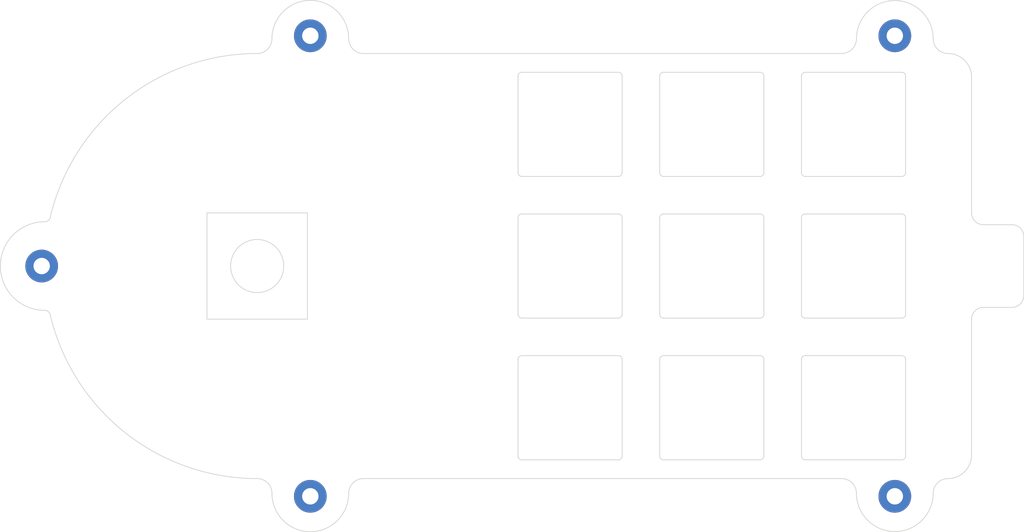
<source format=kicad_pcb>
(kicad_pcb (version 20221018) (generator pcbnew)
  (layers (0 "F.Cu" signal) (31 "B.Cu" signal) (34 "B.Paste" user) (35 "F.Paste" user) (36 "B.SilkS" user "B.Silkscreen") (37 "F.SilkS" user "F.Silkscreen") (38 "B.Mask" user) (39 "F.Mask" user) (44 "Edge.Cuts" user))
  (net 0 "")
  (footprint "MountingHole:MountingHole_2.2mm_M2_Pad" (layer "F.Cu") (at 31.353125 53.975001 90)
    (fp_text reference "REF**" hide)
    (fp_text value "MountingHole_2.2mm_M2_Pad" hide)
    (pad "1" thru_hole circle (at 0 0 90) (size 4.4 4.4) (drill 2.2) (layers "*.Cu" "*.Mask"))
  )
  (footprint "MountingHole:MountingHole_2.2mm_M2_Pad" (layer "F.Cu") (at 67.46875 23.018748)
    (fp_text reference "REF**" hide)
    (fp_text value "MountingHole_2.2mm_M2_Pad" hide)
    (pad "1" thru_hole circle (at 0 0) (size 4.4 4.4) (drill 2.2) (layers "*.Cu" "*.Mask"))
  )
  (footprint "MountingHole:MountingHole_2.2mm_M2_Pad" (layer "F.Cu") (at 146.05 84.931252 180)
    (fp_text reference "REF**" hide)
    (fp_text value "MountingHole_2.2mm_M2_Pad" hide)
    (pad "1" thru_hole circle (at 0 0 180) (size 4.4 4.4) (drill 2.2) (layers "*.Cu" "*.Mask"))
  )
  (footprint "MountingHole:MountingHole_2.2mm_M2_Pad" (layer "F.Cu") (at 146.05 23.01875)
    (fp_text reference "REF**" hide)
    (fp_text value "MountingHole_2.2mm_M2_Pad" hide)
    (pad "1" thru_hole circle (at 0 0) (size 4.4 4.4) (drill 2.2) (layers "*.Cu" "*.Mask"))
  )
  (footprint "MountingHole:MountingHole_2.2mm_M2_Pad" (layer "F.Cu") (at 67.46875 84.93125 180)
    (fp_text reference "REF**" hide)
    (fp_text value "MountingHole_2.2mm_M2_Pad" hide)
    (pad "1" thru_hole circle (at 0 0 180) (size 4.4 4.4) (drill 2.2) (layers "*.Cu" "*.Mask"))
  )
  (gr_line (start 114.94375 80.025) (end 127.94375 80.025) (stroke (width 0.1)) (layer "Edge.Cuts"))
  (gr_line (start 156.36875 28.575) (end 156.36875 46.83125) (stroke (width 0.1)) (layer "Edge.Cuts"))
  (gr_arc (start 157.956267 48.41875) (mid 156.833737 47.95378) (end 156.368767 46.83125) (stroke (width 0.1)) (layer "Edge.Cuts"))
  (gr_arc (start 138.90625 82.550002) (mid 140.308865 83.130653) (end 140.890624 84.532799) (stroke (width 0.1)) (layer "Edge.Cuts"))
  (gr_line (start 114.94375 60.975) (end 127.94375 60.975) (stroke (width 0.1)) (layer "Edge.Cuts"))
  (gr_arc (start 133.49375 47.475) (mid 133.640197 47.121447) (end 133.99375 46.975) (stroke (width 0.1)) (layer "Edge.Cuts"))
  (gr_arc (start 114.94375 60.975) (mid 114.590197 60.828553) (end 114.44375 60.475) (stroke (width 0.1)) (layer "Edge.Cuts"))
  (gr_arc (start 74.6125 25.399998) (mid 73.209885 24.819347) (end 72.628126 23.417201) (stroke (width 0.1)) (layer "Edge.Cuts"))
  (gr_line (start 114.94375 41.925) (end 127.94375 41.925) (stroke (width 0.1)) (layer "Edge.Cuts"))
  (gr_arc (start 62.309376 23.417201) (mid 67.468751 18.257826) (end 72.628126 23.417201) (stroke (width 0.1)) (layer "Edge.Cuts"))
  (gr_arc (start 146.99375 66.025) (mid 147.347303 66.171447) (end 147.49375 66.525) (stroke (width 0.1)) (layer "Edge.Cuts"))
  (gr_line (start 114.94375 46.975) (end 127.94375 46.975) (stroke (width 0.1)) (layer "Edge.Cuts"))
  (gr_line (start 95.89375 60.975) (end 108.89375 60.975) (stroke (width 0.1)) (layer "Edge.Cuts"))
  (gr_arc (start 95.89375 41.925) (mid 95.540197 41.778553) (end 95.39375 41.425) (stroke (width 0.1)) (layer "Edge.Cuts"))
  (gr_line (start 133.49375 47.475) (end 133.49375 60.475) (stroke (width 0.1)) (layer "Edge.Cuts"))
  (gr_arc (start 32.54375 47.241902) (mid 42.655347 31.514313) (end 60.325 25.4) (stroke (width 0.1)) (layer "Edge.Cuts"))
  (gr_line (start 157.956267 48.41875) (end 161.798 48.41875) (stroke (width 0.1)) (layer "Edge.Cuts"))
  (gr_arc (start 133.99375 60.975) (mid 133.640197 60.828553) (end 133.49375 60.475) (stroke (width 0.1)) (layer "Edge.Cuts"))
  (gr_line (start 95.89375 66.025) (end 108.89375 66.025) (stroke (width 0.1)) (layer "Edge.Cuts"))
  (gr_line (start 161.798 59.53125) (end 157.956267 59.53125) (stroke (width 0.1)) (layer "Edge.Cuts"))
  (gr_arc (start 95.39375 47.475) (mid 95.540197 47.121447) (end 95.89375 46.975) (stroke (width 0.1)) (layer "Edge.Cuts"))
  (gr_arc (start 95.89375 80.025) (mid 95.540197 79.878553) (end 95.39375 79.525) (stroke (width 0.1)) (layer "Edge.Cuts"))
  (gr_arc (start 133.49375 66.525) (mid 133.640197 66.171447) (end 133.99375 66.025) (stroke (width 0.1)) (layer "Edge.Cuts"))
  (gr_arc (start 60.325 82.55) (mid 42.655347 76.435687) (end 32.54375 60.708098) (stroke (width 0.1)) (layer "Edge.Cuts"))
  (gr_arc (start 151.209374 84.532799) (mid 146.049999 89.692174) (end 140.890624 84.532799) (stroke (width 0.1)) (layer "Edge.Cuts"))
  (gr_arc (start 133.99375 41.925) (mid 133.640197 41.778553) (end 133.49375 41.425) (stroke (width 0.1)) (layer "Edge.Cuts"))
  (gr_arc (start 114.44375 66.525) (mid 114.590197 66.171447) (end 114.94375 66.025) (stroke (width 0.1)) (layer "Edge.Cuts"))
  (gr_line (start 133.99375 60.975) (end 146.99375 60.975) (stroke (width 0.1)) (layer "Edge.Cuts"))
  (gr_line (start 114.44375 28.425) (end 114.44375 41.425) (stroke (width 0.1)) (layer "Edge.Cuts"))
  (gr_arc (start 114.44375 28.425) (mid 114.590197 28.071447) (end 114.94375 27.925) (stroke (width 0.1)) (layer "Edge.Cuts"))
  (gr_arc (start 127.94375 66.025) (mid 128.297303 66.171447) (end 128.44375 66.525) (stroke (width 0.1)) (layer "Edge.Cuts"))
  (gr_line (start 133.49375 28.425) (end 133.49375 41.425) (stroke (width 0.1)) (layer "Edge.Cuts"))
  (gr_line (start 109.39375 47.475) (end 109.39375 60.475) (stroke (width 0.1)) (layer "Edge.Cuts"))
  (gr_line (start 133.99375 46.975) (end 146.99375 46.975) (stroke (width 0.1)) (layer "Edge.Cuts"))
  (gr_arc (start 156.36875 61.11875) (mid 156.833726 59.996226) (end 157.95625 59.53125) (stroke (width 0.1)) (layer "Edge.Cuts"))
  (gr_arc (start 133.99375 80.025) (mid 133.640197 79.878553) (end 133.49375 79.525) (stroke (width 0.1)) (layer "Edge.Cuts"))
  (gr_line (start 133.49375 66.525) (end 133.49375 79.525) (stroke (width 0.1)) (layer "Edge.Cuts"))
  (gr_arc (start 60.325 82.55) (mid 61.727615 83.130651) (end 62.309374 84.532797) (stroke (width 0.1)) (layer "Edge.Cuts"))
  (gr_line (start 95.39375 66.525) (end 95.39375 79.525) (stroke (width 0.1)) (layer "Edge.Cuts"))
  (gr_arc (start 109.39375 79.525) (mid 109.247303 79.878553) (end 108.89375 80.025) (stroke (width 0.1)) (layer "Edge.Cuts"))
  (gr_line (start 133.99375 66.025) (end 146.99375 66.025) (stroke (width 0.1)) (layer "Edge.Cuts"))
  (gr_arc (start 146.99375 27.925) (mid 147.347303 28.071447) (end 147.49375 28.425) (stroke (width 0.1)) (layer "Edge.Cuts"))
  (gr_arc (start 109.39375 41.425) (mid 109.247303 41.778553) (end 108.89375 41.925) (stroke (width 0.1)) (layer "Edge.Cuts"))
  (gr_arc (start 95.89375 60.975) (mid 95.540197 60.828553) (end 95.39375 60.475) (stroke (width 0.1)) (layer "Edge.Cuts"))
  (gr_line (start 133.99375 41.925) (end 146.99375 41.925) (stroke (width 0.1)) (layer "Edge.Cuts"))
  (gr_line (start 128.44375 66.525) (end 128.44375 79.525) (stroke (width 0.1)) (layer "Edge.Cuts"))
  (gr_line (start 147.49375 66.525) (end 147.49375 79.525) (stroke (width 0.1)) (layer "Edge.Cuts"))
  (gr_arc (start 31.751578 59.928126) (mid 25.798452 53.975789) (end 31.75 48.021874) (stroke (width 0.1)) (layer "Edge.Cuts"))
  (gr_arc (start 32.54375 47.228125) (mid 32.311266 47.789391) (end 31.75 48.021874) (stroke (width 0.1)) (layer "Edge.Cuts"))
  (gr_arc (start 31.75 59.928126) (mid 32.311266 60.160609) (end 32.54375 60.721875) (stroke (width 0.1)) (layer "Edge.Cuts"))
  (gr_arc (start 114.94375 80.025) (mid 114.590197 79.878553) (end 114.44375 79.525) (stroke (width 0.1)) (layer "Edge.Cuts"))
  (gr_arc (start 95.39375 28.425) (mid 95.540197 28.071447) (end 95.89375 27.925) (stroke (width 0.1)) (layer "Edge.Cuts"))
  (gr_line (start 95.39375 28.425) (end 95.39375 41.425) (stroke (width 0.1)) (layer "Edge.Cuts"))
  (gr_line (start 114.44375 47.475) (end 114.44375 60.475) (stroke (width 0.1)) (layer "Edge.Cuts"))
  (gr_arc (start 140.890626 23.417203) (mid 146.050001 18.257828) (end 151.209376 23.417203) (stroke (width 0.1)) (layer "Edge.Cuts"))
  (gr_circle (center 60.325 53.975) (end 63.896875 53.975) (stroke (width 0.1)) (fill none) (layer "Edge.Cuts"))
  (gr_arc (start 127.94375 46.975) (mid 128.297303 47.121447) (end 128.44375 47.475) (stroke (width 0.1)) (layer "Edge.Cuts"))
  (gr_arc (start 128.44375 79.525) (mid 128.297303 79.878553) (end 127.94375 80.025) (stroke (width 0.1)) (layer "Edge.Cuts"))
  (gr_arc (start 72.628124 84.532797) (mid 73.209891 83.13065) (end 74.6125 82.549998) (stroke (width 0.1)) (layer "Edge.Cuts"))
  (gr_arc (start 95.39375 66.525) (mid 95.540197 66.171447) (end 95.89375 66.025) (stroke (width 0.1)) (layer "Edge.Cuts"))
  (gr_arc (start 147.49375 79.525) (mid 147.347303 79.878553) (end 146.99375 80.025) (stroke (width 0.1)) (layer "Edge.Cuts"))
  (gr_rect (start 53.578125 46.83125) (end 67.071875 61.11875) (stroke (width 0.1)) (fill none) (layer "Edge.Cuts"))
  (gr_arc (start 140.890626 23.417203) (mid 140.308859 24.81935) (end 138.90625 25.400002) (stroke (width 0.1)) (layer "Edge.Cuts"))
  (gr_arc (start 153.19375 25.4) (mid 155.438814 26.329936) (end 156.36875 28.575) (stroke (width 0.1)) (layer "Edge.Cuts"))
  (gr_arc (start 133.49375 28.425) (mid 133.640197 28.071447) (end 133.99375 27.925) (stroke (width 0.1)) (layer "Edge.Cuts"))
  (gr_arc (start 151.209374 84.532799) (mid 151.791141 83.130652) (end 153.19375 82.55) (stroke (width 0.1)) (layer "Edge.Cuts"))
  (gr_line (start 128.44375 47.475) (end 128.44375 60.475) (stroke (width 0.1)) (layer "Edge.Cuts"))
  (gr_arc (start 161.798 48.41875) (mid 162.920478 48.883771) (end 163.3855 50.00625) (stroke (width 0.1)) (layer "Edge.Cuts"))
  (gr_arc (start 128.44375 60.475) (mid 128.297303 60.828553) (end 127.94375 60.975) (stroke (width 0.1)) (layer "Edge.Cuts"))
  (gr_arc (start 146.99375 46.975) (mid 147.347303 47.121447) (end 147.49375 47.475) (stroke (width 0.1)) (layer "Edge.Cuts"))
  (gr_arc (start 108.89375 27.925) (mid 109.247303 28.071447) (end 109.39375 28.425) (stroke (width 0.1)) (layer "Edge.Cuts"))
  (gr_line (start 163.3855 50.00625) (end 163.3855 57.94375) (stroke (width 0.1)) (layer "Edge.Cuts"))
  (gr_arc (start 147.49375 41.425) (mid 147.347303 41.778553) (end 146.99375 41.925) (stroke (width 0.1)) (layer "Edge.Cuts"))
  (gr_arc (start 62.309376 23.417201) (mid 61.727609 24.819348) (end 60.325 25.4) (stroke (width 0.1)) (layer "Edge.Cuts"))
  (gr_arc (start 127.94375 27.925) (mid 128.297303 28.071447) (end 128.44375 28.425) (stroke (width 0.1)) (layer "Edge.Cuts"))
  (gr_arc (start 108.89375 46.975) (mid 109.247303 47.121447) (end 109.39375 47.475) (stroke (width 0.1)) (layer "Edge.Cuts"))
  (gr_line (start 147.49375 47.475) (end 147.49375 60.475) (stroke (width 0.1)) (layer "Edge.Cuts"))
  (gr_line (start 95.89375 27.925) (end 108.89375 27.925) (stroke (width 0.1)) (layer "Edge.Cuts"))
  (gr_line (start 114.94375 27.925) (end 127.94375 27.925) (stroke (width 0.1)) (layer "Edge.Cuts"))
  (gr_arc (start 108.89375 66.025) (mid 109.247303 66.171447) (end 109.39375 66.525) (stroke (width 0.1)) (layer "Edge.Cuts"))
  (gr_arc (start 114.44375 47.475) (mid 114.590197 47.121447) (end 114.94375 46.975) (stroke (width 0.1)) (layer "Edge.Cuts"))
  (gr_arc (start 72.628124 84.532797) (mid 67.468749 89.692172) (end 62.309374 84.532797) (stroke (width 0.1)) (layer "Edge.Cuts"))
  (gr_line (start 128.44375 28.425) (end 128.44375 41.425) (stroke (width 0.1)) (layer "Edge.Cuts"))
  (gr_arc (start 156.36875 79.375) (mid 155.438814 81.620064) (end 153.19375 82.55) (stroke (width 0.1)) (layer "Edge.Cuts"))
  (gr_line (start 133.99375 80.025) (end 146.99375 80.025) (stroke (width 0.1)) (layer "Edge.Cuts"))
  (gr_line (start 114.44375 66.525) (end 114.44375 79.525) (stroke (width 0.1)) (layer "Edge.Cuts"))
  (gr_line (start 95.89375 46.975) (end 108.89375 46.975) (stroke (width 0.1)) (layer "Edge.Cuts"))
  (gr_line (start 114.94375 66.025) (end 127.94375 66.025) (stroke (width 0.1)) (layer "Edge.Cuts"))
  (gr_line (start 156.36875 61.11875) (end 156.36875 79.375) (stroke (width 0.1)) (layer "Edge.Cuts"))
  (gr_arc (start 153.19375 25.4) (mid 151.791143 24.819348) (end 151.209376 23.417203) (stroke (width 0.1)) (layer "Edge.Cuts"))
  (gr_line (start 95.89375 80.025) (end 108.89375 80.025) (stroke (width 0.1)) (layer "Edge.Cuts"))
  (gr_line (start 133.99375 27.925) (end 146.99375 27.925) (stroke (width 0.1)) (layer "Edge.Cuts"))
  (gr_line (start 95.89375 41.925) (end 108.89375 41.925) (stroke (width 0.1)) (layer "Edge.Cuts"))
  (gr_line (start 74.6125 25.399998) (end 138.90625 25.400002) (stroke (width 0.1)) (layer "Edge.Cuts"))
  (gr_line (start 109.39375 66.525) (end 109.39375 79.525) (stroke (width 0.1)) (layer "Edge.Cuts"))
  (gr_line (start 95.39375 47.475) (end 95.39375 60.475) (stroke (width 0.1)) (layer "Edge.Cuts"))
  (gr_arc (start 114.94375 41.925) (mid 114.590197 41.778553) (end 114.44375 41.425) (stroke (width 0.1)) (layer "Edge.Cuts"))
  (gr_arc (start 109.39375 60.475) (mid 109.247303 60.828553) (end 108.89375 60.975) (stroke (width 0.1)) (layer "Edge.Cuts"))
  (gr_line (start 138.90625 82.550002) (end 74.6125 82.549998) (stroke (width 0.1)) (layer "Edge.Cuts"))
  (gr_arc (start 128.44375 41.425) (mid 128.297303 41.778553) (end 127.94375 41.925) (stroke (width 0.1)) (layer "Edge.Cuts"))
  (gr_line (start 147.49375 28.425) (end 147.49375 41.425) (stroke (width 0.1)) (layer "Edge.Cuts"))
  (gr_line (start 109.39375 28.425) (end 109.39375 41.425) (stroke (width 0.1)) (layer "Edge.Cuts"))
  (gr_arc (start 163.3855 57.94375) (mid 162.920502 59.066253) (end 161.798 59.53125) (stroke (width 0.1)) (layer "Edge.Cuts"))
  (gr_arc (start 147.49375 60.475) (mid 147.347303 60.828553) (end 146.99375 60.975) (stroke (width 0.1)) (layer "Edge.Cuts"))
)
</source>
